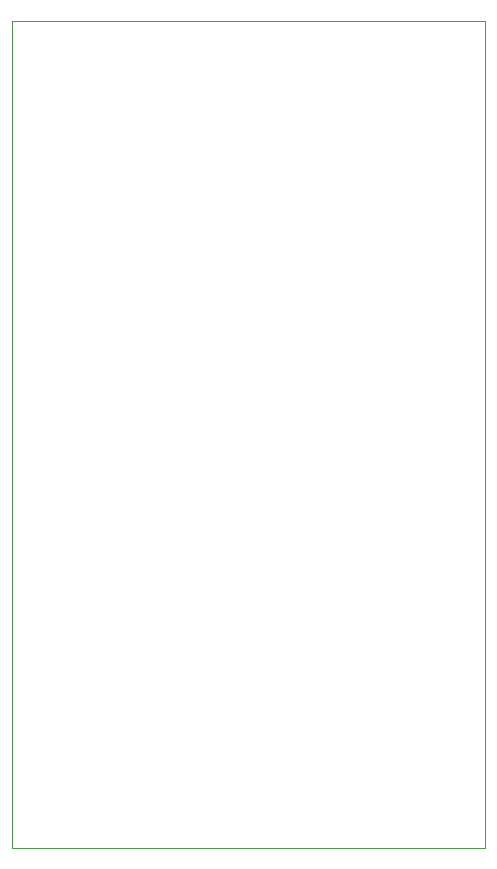
<source format=gm1>
G04 #@! TF.GenerationSoftware,KiCad,Pcbnew,5.1.10-88a1d61d58~88~ubuntu20.04.1*
G04 #@! TF.CreationDate,2021-05-21T15:29:45+02:00*
G04 #@! TF.ProjectId,osw-light-modifiedv3,6f73772d-6c69-4676-9874-2d6d6f646966,rev?*
G04 #@! TF.SameCoordinates,Original*
G04 #@! TF.FileFunction,Profile,NP*
%FSLAX46Y46*%
G04 Gerber Fmt 4.6, Leading zero omitted, Abs format (unit mm)*
G04 Created by KiCad (PCBNEW 5.1.10-88a1d61d58~88~ubuntu20.04.1) date 2021-05-21 15:29:45*
%MOMM*%
%LPD*%
G01*
G04 APERTURE LIST*
G04 #@! TA.AperFunction,Profile*
%ADD10C,0.100000*%
G04 #@! TD*
G04 APERTURE END LIST*
D10*
X115000000Y-37000000D02*
X155000000Y-37000000D01*
X155000000Y-107000000D02*
X115000000Y-107000000D01*
X115000000Y-107000000D02*
X115000000Y-37000000D01*
X155000000Y-37000000D02*
X155000000Y-107000000D01*
M02*

</source>
